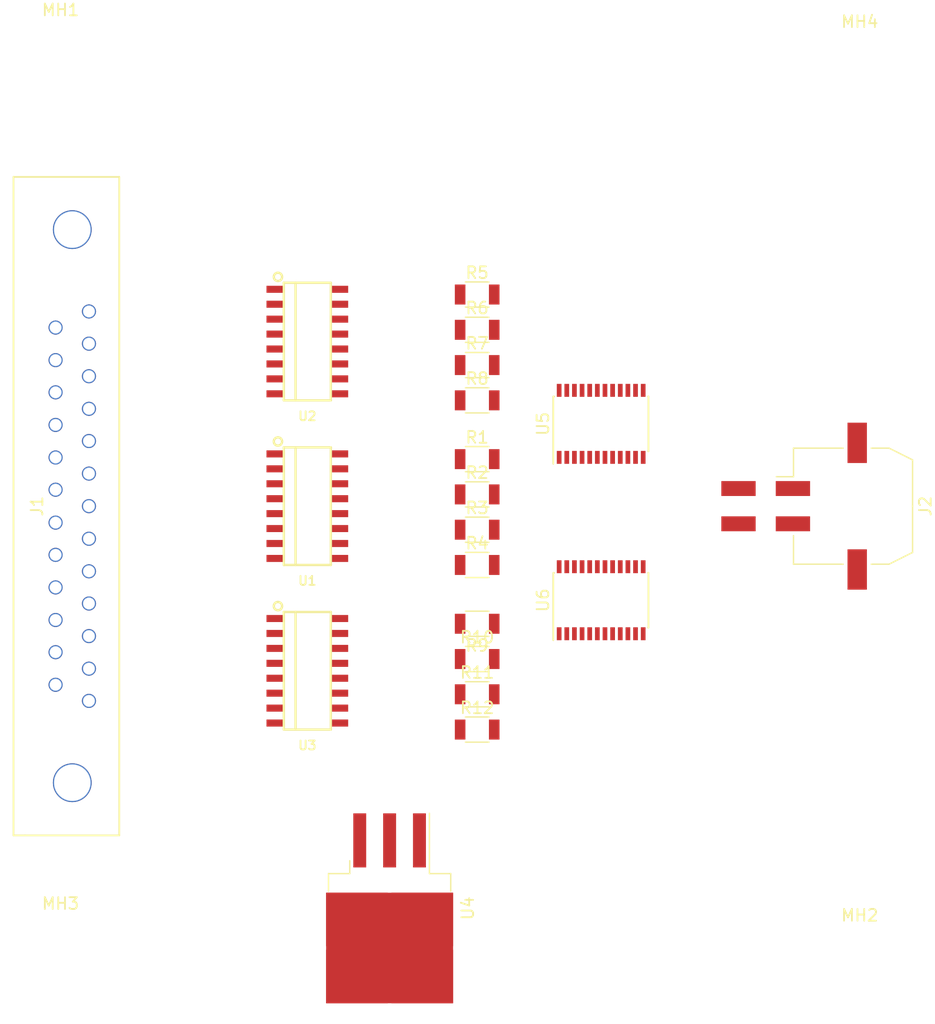
<source format=kicad_pcb>
(kicad_pcb (version 20171130) (host pcbnew "(5.0.0)")

  (general
    (thickness 1.6)
    (drawings 0)
    (tracks 0)
    (zones 0)
    (modules 24)
    (nets 58)
  )

  (page A4)
  (layers
    (0 F.Cu signal)
    (31 B.Cu signal)
    (32 B.Adhes user)
    (33 F.Adhes user)
    (34 B.Paste user)
    (35 F.Paste user)
    (36 B.SilkS user)
    (37 F.SilkS user)
    (38 B.Mask user)
    (39 F.Mask user)
    (40 Dwgs.User user)
    (41 Cmts.User user)
    (42 Eco1.User user)
    (43 Eco2.User user)
    (44 Edge.Cuts user)
    (45 Margin user)
    (46 B.CrtYd user)
    (47 F.CrtYd user)
    (48 B.Fab user)
    (49 F.Fab user)
  )

  (setup
    (last_trace_width 0.25)
    (trace_clearance 0.2)
    (zone_clearance 0.508)
    (zone_45_only no)
    (trace_min 0.2)
    (segment_width 0.2)
    (edge_width 0.15)
    (via_size 0.8)
    (via_drill 0.4)
    (via_min_size 0.4)
    (via_min_drill 0.3)
    (uvia_size 0.3)
    (uvia_drill 0.1)
    (uvias_allowed no)
    (uvia_min_size 0.2)
    (uvia_min_drill 0.1)
    (pcb_text_width 0.3)
    (pcb_text_size 1.5 1.5)
    (mod_edge_width 0.15)
    (mod_text_size 1 1)
    (mod_text_width 0.15)
    (pad_size 1.524 1.524)
    (pad_drill 0.762)
    (pad_to_mask_clearance 0.2)
    (aux_axis_origin 0 0)
    (visible_elements 7FFFFFFF)
    (pcbplotparams
      (layerselection 0x010fc_ffffffff)
      (usegerberextensions false)
      (usegerberattributes false)
      (usegerberadvancedattributes false)
      (creategerberjobfile false)
      (excludeedgelayer true)
      (linewidth 0.100000)
      (plotframeref false)
      (viasonmask false)
      (mode 1)
      (useauxorigin false)
      (hpglpennumber 1)
      (hpglpenspeed 20)
      (hpglpendiameter 15.000000)
      (psnegative false)
      (psa4output false)
      (plotreference true)
      (plotvalue true)
      (plotinvisibletext false)
      (padsonsilk false)
      (subtractmaskfromsilk false)
      (outputformat 1)
      (mirror false)
      (drillshape 1)
      (scaleselection 1)
      (outputdirectory ""))
  )

  (net 0 "")
  (net 1 SOLN_PW0)
  (net 2 SOLN_PW1)
  (net 3 SOLN_PW2)
  (net 4 SOLN_PW3)
  (net 5 SOLN_PW4)
  (net 6 SOLN_PW5)
  (net 7 SOLN_PW6)
  (net 8 SOLN_PW7)
  (net 9 SOLN_PW8)
  (net 10 SOLN_PW9)
  (net 11 SOLN_PW10)
  (net 12 SOLN_PW11)
  (net 13 GND)
  (net 14 "Net-(J1-Pad14)")
  (net 15 "Net-(J1-Pad15)")
  (net 16 "Net-(J1-Pad16)")
  (net 17 "Net-(J1-Pad17)")
  (net 18 "Net-(J1-Pad18)")
  (net 19 "Net-(J1-Pad19)")
  (net 20 "Net-(J1-Pad20)")
  (net 21 "Net-(J1-Pad21)")
  (net 22 "Net-(J1-Pad22)")
  (net 23 "Net-(J1-Pad23)")
  (net 24 "Net-(J1-Pad24)")
  (net 25 "Net-(J1-Pad25)")
  (net 26 I2C_SDA)
  (net 27 I2C_SCL)
  (net 28 +12V)
  (net 29 SOLN_EN0)
  (net 30 "Net-(R1-Pad1)")
  (net 31 "Net-(R2-Pad1)")
  (net 32 SOLN_EN1)
  (net 33 "Net-(R3-Pad1)")
  (net 34 SOLN_EN2)
  (net 35 SOLN_EN3)
  (net 36 "Net-(R4-Pad1)")
  (net 37 "Net-(R5-Pad1)")
  (net 38 SOLN_EN4)
  (net 39 "Net-(R6-Pad1)")
  (net 40 SOLN_EN5)
  (net 41 SOLN_EN6)
  (net 42 "Net-(R7-Pad1)")
  (net 43 "Net-(R8-Pad1)")
  (net 44 SOLN_EN7)
  (net 45 SOLN_EN8)
  (net 46 "Net-(R9-Pad1)")
  (net 47 "Net-(R10-Pad1)")
  (net 48 SOLN_EN9)
  (net 49 SOLN_EN10)
  (net 50 "Net-(R11-Pad1)")
  (net 51 SOLN_EN11)
  (net 52 "Net-(R12-Pad1)")
  (net 53 +5V)
  (net 54 "Net-(U6-Pad13)")
  (net 55 "Net-(U6-Pad15)")
  (net 56 "Net-(U6-Pad17)")
  (net 57 "Net-(U6-Pad19)")

  (net_class Default "This is the default net class."
    (clearance 0.2)
    (trace_width 0.25)
    (via_dia 0.8)
    (via_drill 0.4)
    (uvia_dia 0.3)
    (uvia_drill 0.1)
    (add_net +12V)
    (add_net +5V)
    (add_net GND)
    (add_net I2C_SCL)
    (add_net I2C_SDA)
    (add_net "Net-(J1-Pad14)")
    (add_net "Net-(J1-Pad15)")
    (add_net "Net-(J1-Pad16)")
    (add_net "Net-(J1-Pad17)")
    (add_net "Net-(J1-Pad18)")
    (add_net "Net-(J1-Pad19)")
    (add_net "Net-(J1-Pad20)")
    (add_net "Net-(J1-Pad21)")
    (add_net "Net-(J1-Pad22)")
    (add_net "Net-(J1-Pad23)")
    (add_net "Net-(J1-Pad24)")
    (add_net "Net-(J1-Pad25)")
    (add_net "Net-(R1-Pad1)")
    (add_net "Net-(R10-Pad1)")
    (add_net "Net-(R11-Pad1)")
    (add_net "Net-(R12-Pad1)")
    (add_net "Net-(R2-Pad1)")
    (add_net "Net-(R3-Pad1)")
    (add_net "Net-(R4-Pad1)")
    (add_net "Net-(R5-Pad1)")
    (add_net "Net-(R6-Pad1)")
    (add_net "Net-(R7-Pad1)")
    (add_net "Net-(R8-Pad1)")
    (add_net "Net-(R9-Pad1)")
    (add_net "Net-(U6-Pad13)")
    (add_net "Net-(U6-Pad15)")
    (add_net "Net-(U6-Pad17)")
    (add_net "Net-(U6-Pad19)")
    (add_net SOLN_EN0)
    (add_net SOLN_EN1)
    (add_net SOLN_EN10)
    (add_net SOLN_EN11)
    (add_net SOLN_EN2)
    (add_net SOLN_EN3)
    (add_net SOLN_EN4)
    (add_net SOLN_EN5)
    (add_net SOLN_EN6)
    (add_net SOLN_EN7)
    (add_net SOLN_EN8)
    (add_net SOLN_EN9)
    (add_net SOLN_PW0)
    (add_net SOLN_PW1)
    (add_net SOLN_PW10)
    (add_net SOLN_PW11)
    (add_net SOLN_PW2)
    (add_net SOLN_PW3)
    (add_net SOLN_PW4)
    (add_net SOLN_PW5)
    (add_net SOLN_PW6)
    (add_net SOLN_PW7)
    (add_net SOLN_PW8)
    (add_net SOLN_PW9)
  )

  (module Connector_Molex:Molex_Micro-Fit_3.0_43045-0410_2x02-1MP_P3.00mm_Horizontal (layer F.Cu) (tedit 5AA47B23) (tstamp 5C68FFFC)
    (at 169 98 270)
    (descr "Molex Micro-Fit 3.0 Connector System, 43045-0410 (compatible alternatives: 43045-0411, 43045-0409), 2 Pins per row (http://www.molex.com/pdm_docs/sd/430450210_sd.pdf), generated with kicad-footprint-generator")
    (tags "connector Molex Micro-Fit_3.0 top entry")
    (path /5C342410)
    (attr smd)
    (fp_text reference J2 (at 0 -13.58 270) (layer F.SilkS)
      (effects (font (size 1 1) (thickness 0.15)))
    )
    (fp_text value Conn_01x04 (at 0 4.98 270) (layer F.Fab)
      (effects (font (size 1 1) (thickness 0.15)))
    )
    (fp_text user %R (at 0 -11.68 270) (layer F.Fab)
      (effects (font (size 1 1) (thickness 0.15)))
    )
    (fp_line (start -2.64 4.28) (end 0 4.28) (layer F.CrtYd) (width 0.05))
    (fp_line (start -2.64 -1.97) (end -2.64 4.28) (layer F.CrtYd) (width 0.05))
    (fp_line (start -5.32 -1.97) (end -2.64 -1.97) (layer F.CrtYd) (width 0.05))
    (fp_line (start -5.32 -6.46) (end -5.32 -1.97) (layer F.CrtYd) (width 0.05))
    (fp_line (start -7.6 -6.46) (end -5.32 -6.46) (layer F.CrtYd) (width 0.05))
    (fp_line (start -7.6 -9.11) (end -7.6 -6.46) (layer F.CrtYd) (width 0.05))
    (fp_line (start -5.32 -9.11) (end -7.6 -9.11) (layer F.CrtYd) (width 0.05))
    (fp_line (start -5.32 -10.88) (end -5.32 -9.11) (layer F.CrtYd) (width 0.05))
    (fp_line (start -4.32 -12.88) (end -5.32 -10.88) (layer F.CrtYd) (width 0.05))
    (fp_line (start 0 -12.88) (end -4.32 -12.88) (layer F.CrtYd) (width 0.05))
    (fp_line (start 2.64 4.28) (end 0 4.28) (layer F.CrtYd) (width 0.05))
    (fp_line (start 2.64 -1.97) (end 2.64 4.28) (layer F.CrtYd) (width 0.05))
    (fp_line (start 5.32 -1.97) (end 2.64 -1.97) (layer F.CrtYd) (width 0.05))
    (fp_line (start 5.32 -6.46) (end 5.32 -1.97) (layer F.CrtYd) (width 0.05))
    (fp_line (start 7.6 -6.46) (end 5.32 -6.46) (layer F.CrtYd) (width 0.05))
    (fp_line (start 7.6 -9.11) (end 7.6 -6.46) (layer F.CrtYd) (width 0.05))
    (fp_line (start 5.32 -9.11) (end 7.6 -9.11) (layer F.CrtYd) (width 0.05))
    (fp_line (start 5.32 -10.88) (end 5.32 -9.11) (layer F.CrtYd) (width 0.05))
    (fp_line (start 4.32 -12.88) (end 5.32 -10.88) (layer F.CrtYd) (width 0.05))
    (fp_line (start 0 -12.88) (end 4.32 -12.88) (layer F.CrtYd) (width 0.05))
    (fp_line (start -2.505 -2.365) (end -2.505 -0.905) (layer F.SilkS) (width 0.12))
    (fp_line (start -4.935 -2.365) (end -2.505 -2.365) (layer F.SilkS) (width 0.12))
    (fp_line (start -4.935 -6.59) (end -4.935 -2.365) (layer F.SilkS) (width 0.12))
    (fp_line (start 4.935 -2.365) (end 2.505 -2.365) (layer F.SilkS) (width 0.12))
    (fp_line (start 4.935 -6.59) (end 4.935 -2.365) (layer F.SilkS) (width 0.12))
    (fp_line (start -4.935 -10.495) (end -4.935 -8.98) (layer F.SilkS) (width 0.12))
    (fp_line (start -3.935 -12.495) (end -4.935 -10.495) (layer F.SilkS) (width 0.12))
    (fp_line (start 0 -12.495) (end -3.935 -12.495) (layer F.SilkS) (width 0.12))
    (fp_line (start 4.935 -10.495) (end 4.935 -8.98) (layer F.SilkS) (width 0.12))
    (fp_line (start 3.935 -12.495) (end 4.935 -10.495) (layer F.SilkS) (width 0.12))
    (fp_line (start 0 -12.495) (end 3.935 -12.495) (layer F.SilkS) (width 0.12))
    (fp_line (start -0.5 -2.475) (end 0 -2.475) (layer F.Fab) (width 0.1))
    (fp_line (start -1.5 -3.475) (end -0.5 -2.475) (layer F.Fab) (width 0.1))
    (fp_line (start -2.5 -2.475) (end -1.5 -3.475) (layer F.Fab) (width 0.1))
    (fp_line (start -4.825 -2.475) (end -2.5 -2.475) (layer F.Fab) (width 0.1))
    (fp_line (start -4.825 -8.61) (end -4.825 -2.475) (layer F.Fab) (width 0.1))
    (fp_line (start -4.825 -10.385) (end -4.825 -8.61) (layer F.Fab) (width 0.1))
    (fp_line (start -3.825 -12.385) (end -4.825 -10.385) (layer F.Fab) (width 0.1))
    (fp_line (start 0 -12.385) (end -3.825 -12.385) (layer F.Fab) (width 0.1))
    (fp_line (start 2.135 -2.475) (end 0 -2.475) (layer F.Fab) (width 0.1))
    (fp_line (start 4.825 -2.475) (end 2.135 -2.475) (layer F.Fab) (width 0.1))
    (fp_line (start 4.825 -8.61) (end 4.825 -2.475) (layer F.Fab) (width 0.1))
    (fp_line (start 4.825 -10.385) (end 4.825 -8.61) (layer F.Fab) (width 0.1))
    (fp_line (start 3.825 -12.385) (end 4.825 -10.385) (layer F.Fab) (width 0.1))
    (fp_line (start 0 -12.385) (end 3.825 -12.385) (layer F.Fab) (width 0.1))
    (pad 4 smd rect (at 1.5 2.315 270) (size 1.27 2.92) (layers F.Cu F.Paste F.Mask)
      (net 26 I2C_SDA))
    (pad 3 smd rect (at -1.5 2.315 270) (size 1.27 2.92) (layers F.Cu F.Paste F.Mask)
      (net 27 I2C_SCL))
    (pad 2 smd rect (at 1.5 -2.315 270) (size 1.27 2.92) (layers F.Cu F.Paste F.Mask)
      (net 13 GND))
    (pad 1 smd rect (at -1.5 -2.315 270) (size 1.27 2.92) (layers F.Cu F.Paste F.Mask)
      (net 28 +12V))
    (pad MP smd rect (at 5.385 -7.785 270) (size 3.43 1.65) (layers F.Cu F.Paste F.Mask))
    (pad MP smd rect (at -5.385 -7.785 270) (size 3.43 1.65) (layers F.Cu F.Paste F.Mask))
    (model ${KISYS3DMOD}/Connector_Molex.3dshapes/Molex_Micro-Fit_3.0_43045-0410_2x02-1MP_P3.00mm_Horizontal.wrl
      (at (xyz 0 0 0))
      (scale (xyz 1 1 1))
      (rotate (xyz 0 0 0))
    )
  )

  (module "PCS-Board:Dsub 25pin" (layer F.Cu) (tedit 5C4E8BB2) (tstamp 5C4F8CAF)
    (at 110 98 270)
    (path /5C4A3C5B)
    (fp_text reference J1 (at 0 3 270) (layer F.SilkS)
      (effects (font (size 1 1) (thickness 0.15)))
    )
    (fp_text value DB25_Female_MountingHoles (at 0 -4 270) (layer F.Fab)
      (effects (font (size 1 1) (thickness 0.15)))
    )
    (fp_line (start 28 4) (end 28 -4) (layer F.SilkS) (width 0.15))
    (fp_line (start 28 -4) (end -28 -4) (layer F.SilkS) (width 0.15))
    (fp_line (start -28 -4) (end -28 5) (layer F.SilkS) (width 0.15))
    (fp_line (start -28 5) (end 28 5) (layer F.SilkS) (width 0.15))
    (fp_line (start 28 5) (end 28 4) (layer F.SilkS) (width 0.15))
    (pad 1 thru_hole circle (at -16.56 -1.42 270) (size 1.2 1.2) (drill 1) (layers *.Cu *.Mask)
      (net 1 SOLN_PW0))
    (pad 2 thru_hole circle (at -13.82 -1.42 270) (size 1.2 1.2) (drill 1) (layers *.Cu *.Mask)
      (net 2 SOLN_PW1))
    (pad 3 thru_hole circle (at -11.05 -1.42 270) (size 1.2 1.2) (drill 1) (layers *.Cu *.Mask)
      (net 3 SOLN_PW2))
    (pad 4 thru_hole circle (at -8.28 -1.42 270) (size 1.2 1.2) (drill 1) (layers *.Cu *.Mask)
      (net 4 SOLN_PW3))
    (pad 5 thru_hole circle (at -5.54 -1.42 270) (size 1.2 1.2) (drill 1) (layers *.Cu *.Mask)
      (net 5 SOLN_PW4))
    (pad 6 thru_hole circle (at -2.77 -1.42 270) (size 1.2 1.2) (drill 1) (layers *.Cu *.Mask)
      (net 6 SOLN_PW5))
    (pad 7 thru_hole circle (at 0 -1.42 270) (size 1.2 1.2) (drill 1) (layers *.Cu *.Mask)
      (net 7 SOLN_PW6))
    (pad 8 thru_hole circle (at 2.77 -1.42 270) (size 1.2 1.2) (drill 1) (layers *.Cu *.Mask)
      (net 8 SOLN_PW7))
    (pad 9 thru_hole circle (at 5.54 -1.42 270) (size 1.2 1.2) (drill 1) (layers *.Cu *.Mask)
      (net 9 SOLN_PW8))
    (pad 10 thru_hole circle (at 8.28 -1.42 270) (size 1.2 1.2) (drill 1) (layers *.Cu *.Mask)
      (net 10 SOLN_PW9))
    (pad 11 thru_hole circle (at 11.05 -1.42 270) (size 1.2 1.2) (drill 1) (layers *.Cu *.Mask)
      (net 11 SOLN_PW10))
    (pad 12 thru_hole circle (at 13.82 -1.42 270) (size 1.2 1.2) (drill 1) (layers *.Cu *.Mask)
      (net 12 SOLN_PW11))
    (pad 13 thru_hole circle (at 16.56 -1.42 270) (size 1.2 1.2) (drill 1) (layers *.Cu *.Mask)
      (net 13 GND))
    (pad 14 thru_hole circle (at -15.19 1.42 270) (size 1.2 1.2) (drill 1) (layers *.Cu *.Mask)
      (net 14 "Net-(J1-Pad14)"))
    (pad 15 thru_hole circle (at -12.42 1.42 270) (size 1.2 1.2) (drill 1) (layers *.Cu *.Mask)
      (net 15 "Net-(J1-Pad15)"))
    (pad 16 thru_hole circle (at -9.68 1.42 270) (size 1.2 1.2) (drill 1) (layers *.Cu *.Mask)
      (net 16 "Net-(J1-Pad16)"))
    (pad 17 thru_hole circle (at -6.91 1.42 270) (size 1.2 1.2) (drill 1) (layers *.Cu *.Mask)
      (net 17 "Net-(J1-Pad17)"))
    (pad 18 thru_hole circle (at -4.14 1.42 270) (size 1.2 1.2) (drill 1) (layers *.Cu *.Mask)
      (net 18 "Net-(J1-Pad18)"))
    (pad 19 thru_hole circle (at -1.4 1.42 270) (size 1.2 1.2) (drill 1) (layers *.Cu *.Mask)
      (net 19 "Net-(J1-Pad19)"))
    (pad 20 thru_hole circle (at 1.4 1.42 270) (size 1.2 1.2) (drill 1) (layers *.Cu *.Mask)
      (net 20 "Net-(J1-Pad20)"))
    (pad 21 thru_hole circle (at 4.14 1.42 270) (size 1.2 1.2) (drill 1) (layers *.Cu *.Mask)
      (net 21 "Net-(J1-Pad21)"))
    (pad 22 thru_hole circle (at 6.91 1.42 270) (size 1.2 1.2) (drill 1) (layers *.Cu *.Mask)
      (net 22 "Net-(J1-Pad22)"))
    (pad 23 thru_hole circle (at 9.68 1.42 270) (size 1.2 1.2) (drill 1) (layers *.Cu *.Mask)
      (net 23 "Net-(J1-Pad23)"))
    (pad 24 thru_hole circle (at 12.42 1.42 270) (size 1.2 1.2) (drill 1) (layers *.Cu *.Mask)
      (net 24 "Net-(J1-Pad24)"))
    (pad 25 thru_hole circle (at 15.19 1.42 270) (size 1.2 1.2) (drill 1) (layers *.Cu *.Mask)
      (net 25 "Net-(J1-Pad25)"))
    (pad "" thru_hole circle (at -23.52 0 270) (size 3.3 3.3) (drill 3.1) (layers *.Cu *.Mask))
    (pad "" thru_hole circle (at 23.52 0 270) (size 3.3 3.3) (drill 3.1) (layers *.Cu *.Mask))
  )

  (module Mounting_Holes:MountingHole_3.2mm_M3 (layer F.Cu) (tedit 56D1B4CB) (tstamp 5C4F8D11)
    (at 109 60)
    (descr "Mounting Hole 3.2mm, no annular, M3")
    (tags "mounting hole 3.2mm no annular m3")
    (path /5C4F8D1F)
    (attr virtual)
    (fp_text reference MH1 (at 0 -4.2) (layer F.SilkS)
      (effects (font (size 1 1) (thickness 0.15)))
    )
    (fp_text value MountingHole (at 0 4.2) (layer F.Fab)
      (effects (font (size 1 1) (thickness 0.15)))
    )
    (fp_text user %R (at 0.3 0) (layer F.Fab)
      (effects (font (size 1 1) (thickness 0.15)))
    )
    (fp_circle (center 0 0) (end 3.2 0) (layer Cmts.User) (width 0.15))
    (fp_circle (center 0 0) (end 3.45 0) (layer F.CrtYd) (width 0.05))
    (pad 1 np_thru_hole circle (at 0 0) (size 3.2 3.2) (drill 3.2) (layers *.Cu *.Mask))
  )

  (module Mounting_Holes:MountingHole_3.2mm_M3 (layer F.Cu) (tedit 56D1B4CB) (tstamp 5C4F8D19)
    (at 177 137)
    (descr "Mounting Hole 3.2mm, no annular, M3")
    (tags "mounting hole 3.2mm no annular m3")
    (path /5C4F8EFA)
    (attr virtual)
    (fp_text reference MH2 (at 0 -4.2) (layer F.SilkS)
      (effects (font (size 1 1) (thickness 0.15)))
    )
    (fp_text value MountingHole (at 0 4.2) (layer F.Fab)
      (effects (font (size 1 1) (thickness 0.15)))
    )
    (fp_circle (center 0 0) (end 3.45 0) (layer F.CrtYd) (width 0.05))
    (fp_circle (center 0 0) (end 3.2 0) (layer Cmts.User) (width 0.15))
    (fp_text user %R (at 0.3 0) (layer F.Fab)
      (effects (font (size 1 1) (thickness 0.15)))
    )
    (pad 1 np_thru_hole circle (at 0 0) (size 3.2 3.2) (drill 3.2) (layers *.Cu *.Mask))
  )

  (module Mounting_Holes:MountingHole_3.2mm_M3 (layer F.Cu) (tedit 56D1B4CB) (tstamp 5C4F8D21)
    (at 109 136)
    (descr "Mounting Hole 3.2mm, no annular, M3")
    (tags "mounting hole 3.2mm no annular m3")
    (path /5C4F8F40)
    (attr virtual)
    (fp_text reference MH3 (at 0 -4.2) (layer F.SilkS)
      (effects (font (size 1 1) (thickness 0.15)))
    )
    (fp_text value MountingHole (at 0 4.2) (layer F.Fab)
      (effects (font (size 1 1) (thickness 0.15)))
    )
    (fp_text user %R (at 0.3 0) (layer F.Fab)
      (effects (font (size 1 1) (thickness 0.15)))
    )
    (fp_circle (center 0 0) (end 3.2 0) (layer Cmts.User) (width 0.15))
    (fp_circle (center 0 0) (end 3.45 0) (layer F.CrtYd) (width 0.05))
    (pad 1 np_thru_hole circle (at 0 0) (size 3.2 3.2) (drill 3.2) (layers *.Cu *.Mask))
  )

  (module Mounting_Holes:MountingHole_3.2mm_M3 (layer F.Cu) (tedit 56D1B4CB) (tstamp 5C4F8D29)
    (at 177 61)
    (descr "Mounting Hole 3.2mm, no annular, M3")
    (tags "mounting hole 3.2mm no annular m3")
    (path /5C4F8F84)
    (attr virtual)
    (fp_text reference MH4 (at 0 -4.2) (layer F.SilkS)
      (effects (font (size 1 1) (thickness 0.15)))
    )
    (fp_text value MountingHole (at 0 4.2) (layer F.Fab)
      (effects (font (size 1 1) (thickness 0.15)))
    )
    (fp_circle (center 0 0) (end 3.45 0) (layer F.CrtYd) (width 0.05))
    (fp_circle (center 0 0) (end 3.2 0) (layer Cmts.User) (width 0.15))
    (fp_text user %R (at 0.3 0) (layer F.Fab)
      (effects (font (size 1 1) (thickness 0.15)))
    )
    (pad 1 np_thru_hole circle (at 0 0) (size 3.2 3.2) (drill 3.2) (layers *.Cu *.Mask))
  )

  (module Resistors_SMD:R_1206 (layer F.Cu) (tedit 58E0A804) (tstamp 5C4F8D3A)
    (at 144.45 94)
    (descr "Resistor SMD 1206, reflow soldering, Vishay (see dcrcw.pdf)")
    (tags "resistor 1206")
    (path /5C41F35A)
    (attr smd)
    (fp_text reference R1 (at 0 -1.85) (layer F.SilkS)
      (effects (font (size 1 1) (thickness 0.15)))
    )
    (fp_text value R (at 0 1.95) (layer F.Fab)
      (effects (font (size 1 1) (thickness 0.15)))
    )
    (fp_line (start 2.15 1.1) (end -2.15 1.1) (layer F.CrtYd) (width 0.05))
    (fp_line (start 2.15 1.1) (end 2.15 -1.11) (layer F.CrtYd) (width 0.05))
    (fp_line (start -2.15 -1.11) (end -2.15 1.1) (layer F.CrtYd) (width 0.05))
    (fp_line (start -2.15 -1.11) (end 2.15 -1.11) (layer F.CrtYd) (width 0.05))
    (fp_line (start -1 -1.07) (end 1 -1.07) (layer F.SilkS) (width 0.12))
    (fp_line (start 1 1.07) (end -1 1.07) (layer F.SilkS) (width 0.12))
    (fp_line (start -1.6 -0.8) (end 1.6 -0.8) (layer F.Fab) (width 0.1))
    (fp_line (start 1.6 -0.8) (end 1.6 0.8) (layer F.Fab) (width 0.1))
    (fp_line (start 1.6 0.8) (end -1.6 0.8) (layer F.Fab) (width 0.1))
    (fp_line (start -1.6 0.8) (end -1.6 -0.8) (layer F.Fab) (width 0.1))
    (fp_text user %R (at 0 0) (layer F.Fab)
      (effects (font (size 0.7 0.7) (thickness 0.105)))
    )
    (pad 2 smd rect (at 1.45 0) (size 0.9 1.7) (layers F.Cu F.Paste F.Mask)
      (net 29 SOLN_EN0))
    (pad 1 smd rect (at -1.45 0) (size 0.9 1.7) (layers F.Cu F.Paste F.Mask)
      (net 30 "Net-(R1-Pad1)"))
    (model ${KISYS3DMOD}/Resistors_SMD.3dshapes/R_1206.wrl
      (at (xyz 0 0 0))
      (scale (xyz 1 1 1))
      (rotate (xyz 0 0 0))
    )
  )

  (module Resistors_SMD:R_1206 (layer F.Cu) (tedit 58E0A804) (tstamp 5C4F8D4B)
    (at 144.45 97)
    (descr "Resistor SMD 1206, reflow soldering, Vishay (see dcrcw.pdf)")
    (tags "resistor 1206")
    (path /5C41F79C)
    (attr smd)
    (fp_text reference R2 (at 0 -1.85) (layer F.SilkS)
      (effects (font (size 1 1) (thickness 0.15)))
    )
    (fp_text value R (at 0 1.95) (layer F.Fab)
      (effects (font (size 1 1) (thickness 0.15)))
    )
    (fp_text user %R (at 0 0) (layer F.Fab)
      (effects (font (size 0.7 0.7) (thickness 0.105)))
    )
    (fp_line (start -1.6 0.8) (end -1.6 -0.8) (layer F.Fab) (width 0.1))
    (fp_line (start 1.6 0.8) (end -1.6 0.8) (layer F.Fab) (width 0.1))
    (fp_line (start 1.6 -0.8) (end 1.6 0.8) (layer F.Fab) (width 0.1))
    (fp_line (start -1.6 -0.8) (end 1.6 -0.8) (layer F.Fab) (width 0.1))
    (fp_line (start 1 1.07) (end -1 1.07) (layer F.SilkS) (width 0.12))
    (fp_line (start -1 -1.07) (end 1 -1.07) (layer F.SilkS) (width 0.12))
    (fp_line (start -2.15 -1.11) (end 2.15 -1.11) (layer F.CrtYd) (width 0.05))
    (fp_line (start -2.15 -1.11) (end -2.15 1.1) (layer F.CrtYd) (width 0.05))
    (fp_line (start 2.15 1.1) (end 2.15 -1.11) (layer F.CrtYd) (width 0.05))
    (fp_line (start 2.15 1.1) (end -2.15 1.1) (layer F.CrtYd) (width 0.05))
    (pad 1 smd rect (at -1.45 0) (size 0.9 1.7) (layers F.Cu F.Paste F.Mask)
      (net 31 "Net-(R2-Pad1)"))
    (pad 2 smd rect (at 1.45 0) (size 0.9 1.7) (layers F.Cu F.Paste F.Mask)
      (net 32 SOLN_EN1))
    (model ${KISYS3DMOD}/Resistors_SMD.3dshapes/R_1206.wrl
      (at (xyz 0 0 0))
      (scale (xyz 1 1 1))
      (rotate (xyz 0 0 0))
    )
  )

  (module Resistors_SMD:R_1206 (layer F.Cu) (tedit 58E0A804) (tstamp 5C4F8D5C)
    (at 144.45 100)
    (descr "Resistor SMD 1206, reflow soldering, Vishay (see dcrcw.pdf)")
    (tags "resistor 1206")
    (path /5C41F7C0)
    (attr smd)
    (fp_text reference R3 (at 0 -1.85) (layer F.SilkS)
      (effects (font (size 1 1) (thickness 0.15)))
    )
    (fp_text value R (at 0 1.95) (layer F.Fab)
      (effects (font (size 1 1) (thickness 0.15)))
    )
    (fp_text user %R (at 0 0) (layer F.Fab)
      (effects (font (size 0.7 0.7) (thickness 0.105)))
    )
    (fp_line (start -1.6 0.8) (end -1.6 -0.8) (layer F.Fab) (width 0.1))
    (fp_line (start 1.6 0.8) (end -1.6 0.8) (layer F.Fab) (width 0.1))
    (fp_line (start 1.6 -0.8) (end 1.6 0.8) (layer F.Fab) (width 0.1))
    (fp_line (start -1.6 -0.8) (end 1.6 -0.8) (layer F.Fab) (width 0.1))
    (fp_line (start 1 1.07) (end -1 1.07) (layer F.SilkS) (width 0.12))
    (fp_line (start -1 -1.07) (end 1 -1.07) (layer F.SilkS) (width 0.12))
    (fp_line (start -2.15 -1.11) (end 2.15 -1.11) (layer F.CrtYd) (width 0.05))
    (fp_line (start -2.15 -1.11) (end -2.15 1.1) (layer F.CrtYd) (width 0.05))
    (fp_line (start 2.15 1.1) (end 2.15 -1.11) (layer F.CrtYd) (width 0.05))
    (fp_line (start 2.15 1.1) (end -2.15 1.1) (layer F.CrtYd) (width 0.05))
    (pad 1 smd rect (at -1.45 0) (size 0.9 1.7) (layers F.Cu F.Paste F.Mask)
      (net 33 "Net-(R3-Pad1)"))
    (pad 2 smd rect (at 1.45 0) (size 0.9 1.7) (layers F.Cu F.Paste F.Mask)
      (net 34 SOLN_EN2))
    (model ${KISYS3DMOD}/Resistors_SMD.3dshapes/R_1206.wrl
      (at (xyz 0 0 0))
      (scale (xyz 1 1 1))
      (rotate (xyz 0 0 0))
    )
  )

  (module Resistors_SMD:R_1206 (layer F.Cu) (tedit 58E0A804) (tstamp 5C4F8D6D)
    (at 144.45 103)
    (descr "Resistor SMD 1206, reflow soldering, Vishay (see dcrcw.pdf)")
    (tags "resistor 1206")
    (path /5C41F7EA)
    (attr smd)
    (fp_text reference R4 (at 0 -1.85) (layer F.SilkS)
      (effects (font (size 1 1) (thickness 0.15)))
    )
    (fp_text value R (at 0 1.95) (layer F.Fab)
      (effects (font (size 1 1) (thickness 0.15)))
    )
    (fp_line (start 2.15 1.1) (end -2.15 1.1) (layer F.CrtYd) (width 0.05))
    (fp_line (start 2.15 1.1) (end 2.15 -1.11) (layer F.CrtYd) (width 0.05))
    (fp_line (start -2.15 -1.11) (end -2.15 1.1) (layer F.CrtYd) (width 0.05))
    (fp_line (start -2.15 -1.11) (end 2.15 -1.11) (layer F.CrtYd) (width 0.05))
    (fp_line (start -1 -1.07) (end 1 -1.07) (layer F.SilkS) (width 0.12))
    (fp_line (start 1 1.07) (end -1 1.07) (layer F.SilkS) (width 0.12))
    (fp_line (start -1.6 -0.8) (end 1.6 -0.8) (layer F.Fab) (width 0.1))
    (fp_line (start 1.6 -0.8) (end 1.6 0.8) (layer F.Fab) (width 0.1))
    (fp_line (start 1.6 0.8) (end -1.6 0.8) (layer F.Fab) (width 0.1))
    (fp_line (start -1.6 0.8) (end -1.6 -0.8) (layer F.Fab) (width 0.1))
    (fp_text user %R (at 0 0) (layer F.Fab)
      (effects (font (size 0.7 0.7) (thickness 0.105)))
    )
    (pad 2 smd rect (at 1.45 0) (size 0.9 1.7) (layers F.Cu F.Paste F.Mask)
      (net 35 SOLN_EN3))
    (pad 1 smd rect (at -1.45 0) (size 0.9 1.7) (layers F.Cu F.Paste F.Mask)
      (net 36 "Net-(R4-Pad1)"))
    (model ${KISYS3DMOD}/Resistors_SMD.3dshapes/R_1206.wrl
      (at (xyz 0 0 0))
      (scale (xyz 1 1 1))
      (rotate (xyz 0 0 0))
    )
  )

  (module Resistors_SMD:R_1206 (layer F.Cu) (tedit 58E0A804) (tstamp 5C4F8D7E)
    (at 144.45 80)
    (descr "Resistor SMD 1206, reflow soldering, Vishay (see dcrcw.pdf)")
    (tags "resistor 1206")
    (path /5C42063C)
    (attr smd)
    (fp_text reference R5 (at 0 -1.85) (layer F.SilkS)
      (effects (font (size 1 1) (thickness 0.15)))
    )
    (fp_text value R (at 0 1.95) (layer F.Fab)
      (effects (font (size 1 1) (thickness 0.15)))
    )
    (fp_text user %R (at 0 0) (layer F.Fab)
      (effects (font (size 0.7 0.7) (thickness 0.105)))
    )
    (fp_line (start -1.6 0.8) (end -1.6 -0.8) (layer F.Fab) (width 0.1))
    (fp_line (start 1.6 0.8) (end -1.6 0.8) (layer F.Fab) (width 0.1))
    (fp_line (start 1.6 -0.8) (end 1.6 0.8) (layer F.Fab) (width 0.1))
    (fp_line (start -1.6 -0.8) (end 1.6 -0.8) (layer F.Fab) (width 0.1))
    (fp_line (start 1 1.07) (end -1 1.07) (layer F.SilkS) (width 0.12))
    (fp_line (start -1 -1.07) (end 1 -1.07) (layer F.SilkS) (width 0.12))
    (fp_line (start -2.15 -1.11) (end 2.15 -1.11) (layer F.CrtYd) (width 0.05))
    (fp_line (start -2.15 -1.11) (end -2.15 1.1) (layer F.CrtYd) (width 0.05))
    (fp_line (start 2.15 1.1) (end 2.15 -1.11) (layer F.CrtYd) (width 0.05))
    (fp_line (start 2.15 1.1) (end -2.15 1.1) (layer F.CrtYd) (width 0.05))
    (pad 1 smd rect (at -1.45 0) (size 0.9 1.7) (layers F.Cu F.Paste F.Mask)
      (net 37 "Net-(R5-Pad1)"))
    (pad 2 smd rect (at 1.45 0) (size 0.9 1.7) (layers F.Cu F.Paste F.Mask)
      (net 38 SOLN_EN4))
    (model ${KISYS3DMOD}/Resistors_SMD.3dshapes/R_1206.wrl
      (at (xyz 0 0 0))
      (scale (xyz 1 1 1))
      (rotate (xyz 0 0 0))
    )
  )

  (module Resistors_SMD:R_1206 (layer F.Cu) (tedit 58E0A804) (tstamp 5C4F8D8F)
    (at 144.45 83)
    (descr "Resistor SMD 1206, reflow soldering, Vishay (see dcrcw.pdf)")
    (tags "resistor 1206")
    (path /5C4206A0)
    (attr smd)
    (fp_text reference R6 (at 0 -1.85) (layer F.SilkS)
      (effects (font (size 1 1) (thickness 0.15)))
    )
    (fp_text value R (at 0 1.95) (layer F.Fab)
      (effects (font (size 1 1) (thickness 0.15)))
    )
    (fp_text user %R (at 0 0) (layer F.Fab)
      (effects (font (size 0.7 0.7) (thickness 0.105)))
    )
    (fp_line (start -1.6 0.8) (end -1.6 -0.8) (layer F.Fab) (width 0.1))
    (fp_line (start 1.6 0.8) (end -1.6 0.8) (layer F.Fab) (width 0.1))
    (fp_line (start 1.6 -0.8) (end 1.6 0.8) (layer F.Fab) (width 0.1))
    (fp_line (start -1.6 -0.8) (end 1.6 -0.8) (layer F.Fab) (width 0.1))
    (fp_line (start 1 1.07) (end -1 1.07) (layer F.SilkS) (width 0.12))
    (fp_line (start -1 -1.07) (end 1 -1.07) (layer F.SilkS) (width 0.12))
    (fp_line (start -2.15 -1.11) (end 2.15 -1.11) (layer F.CrtYd) (width 0.05))
    (fp_line (start -2.15 -1.11) (end -2.15 1.1) (layer F.CrtYd) (width 0.05))
    (fp_line (start 2.15 1.1) (end 2.15 -1.11) (layer F.CrtYd) (width 0.05))
    (fp_line (start 2.15 1.1) (end -2.15 1.1) (layer F.CrtYd) (width 0.05))
    (pad 1 smd rect (at -1.45 0) (size 0.9 1.7) (layers F.Cu F.Paste F.Mask)
      (net 39 "Net-(R6-Pad1)"))
    (pad 2 smd rect (at 1.45 0) (size 0.9 1.7) (layers F.Cu F.Paste F.Mask)
      (net 40 SOLN_EN5))
    (model ${KISYS3DMOD}/Resistors_SMD.3dshapes/R_1206.wrl
      (at (xyz 0 0 0))
      (scale (xyz 1 1 1))
      (rotate (xyz 0 0 0))
    )
  )

  (module Resistors_SMD:R_1206 (layer F.Cu) (tedit 58E0A804) (tstamp 5C4F8DA0)
    (at 144.45 86)
    (descr "Resistor SMD 1206, reflow soldering, Vishay (see dcrcw.pdf)")
    (tags "resistor 1206")
    (path /5C4206DC)
    (attr smd)
    (fp_text reference R7 (at 0 -1.85) (layer F.SilkS)
      (effects (font (size 1 1) (thickness 0.15)))
    )
    (fp_text value R (at 0 1.95) (layer F.Fab)
      (effects (font (size 1 1) (thickness 0.15)))
    )
    (fp_line (start 2.15 1.1) (end -2.15 1.1) (layer F.CrtYd) (width 0.05))
    (fp_line (start 2.15 1.1) (end 2.15 -1.11) (layer F.CrtYd) (width 0.05))
    (fp_line (start -2.15 -1.11) (end -2.15 1.1) (layer F.CrtYd) (width 0.05))
    (fp_line (start -2.15 -1.11) (end 2.15 -1.11) (layer F.CrtYd) (width 0.05))
    (fp_line (start -1 -1.07) (end 1 -1.07) (layer F.SilkS) (width 0.12))
    (fp_line (start 1 1.07) (end -1 1.07) (layer F.SilkS) (width 0.12))
    (fp_line (start -1.6 -0.8) (end 1.6 -0.8) (layer F.Fab) (width 0.1))
    (fp_line (start 1.6 -0.8) (end 1.6 0.8) (layer F.Fab) (width 0.1))
    (fp_line (start 1.6 0.8) (end -1.6 0.8) (layer F.Fab) (width 0.1))
    (fp_line (start -1.6 0.8) (end -1.6 -0.8) (layer F.Fab) (width 0.1))
    (fp_text user %R (at 0 0) (layer F.Fab)
      (effects (font (size 0.7 0.7) (thickness 0.105)))
    )
    (pad 2 smd rect (at 1.45 0) (size 0.9 1.7) (layers F.Cu F.Paste F.Mask)
      (net 41 SOLN_EN6))
    (pad 1 smd rect (at -1.45 0) (size 0.9 1.7) (layers F.Cu F.Paste F.Mask)
      (net 42 "Net-(R7-Pad1)"))
    (model ${KISYS3DMOD}/Resistors_SMD.3dshapes/R_1206.wrl
      (at (xyz 0 0 0))
      (scale (xyz 1 1 1))
      (rotate (xyz 0 0 0))
    )
  )

  (module Resistors_SMD:R_1206 (layer F.Cu) (tedit 58E0A804) (tstamp 5C4F8DB1)
    (at 144.45 89)
    (descr "Resistor SMD 1206, reflow soldering, Vishay (see dcrcw.pdf)")
    (tags "resistor 1206")
    (path /5C42071A)
    (attr smd)
    (fp_text reference R8 (at 0 -1.85) (layer F.SilkS)
      (effects (font (size 1 1) (thickness 0.15)))
    )
    (fp_text value R (at 0 1.95) (layer F.Fab)
      (effects (font (size 1 1) (thickness 0.15)))
    )
    (fp_text user %R (at 0 0) (layer F.Fab)
      (effects (font (size 0.7 0.7) (thickness 0.105)))
    )
    (fp_line (start -1.6 0.8) (end -1.6 -0.8) (layer F.Fab) (width 0.1))
    (fp_line (start 1.6 0.8) (end -1.6 0.8) (layer F.Fab) (width 0.1))
    (fp_line (start 1.6 -0.8) (end 1.6 0.8) (layer F.Fab) (width 0.1))
    (fp_line (start -1.6 -0.8) (end 1.6 -0.8) (layer F.Fab) (width 0.1))
    (fp_line (start 1 1.07) (end -1 1.07) (layer F.SilkS) (width 0.12))
    (fp_line (start -1 -1.07) (end 1 -1.07) (layer F.SilkS) (width 0.12))
    (fp_line (start -2.15 -1.11) (end 2.15 -1.11) (layer F.CrtYd) (width 0.05))
    (fp_line (start -2.15 -1.11) (end -2.15 1.1) (layer F.CrtYd) (width 0.05))
    (fp_line (start 2.15 1.1) (end 2.15 -1.11) (layer F.CrtYd) (width 0.05))
    (fp_line (start 2.15 1.1) (end -2.15 1.1) (layer F.CrtYd) (width 0.05))
    (pad 1 smd rect (at -1.45 0) (size 0.9 1.7) (layers F.Cu F.Paste F.Mask)
      (net 43 "Net-(R8-Pad1)"))
    (pad 2 smd rect (at 1.45 0) (size 0.9 1.7) (layers F.Cu F.Paste F.Mask)
      (net 44 SOLN_EN7))
    (model ${KISYS3DMOD}/Resistors_SMD.3dshapes/R_1206.wrl
      (at (xyz 0 0 0))
      (scale (xyz 1 1 1))
      (rotate (xyz 0 0 0))
    )
  )

  (module Resistors_SMD:R_1206 (layer F.Cu) (tedit 58E0A804) (tstamp 5C4F8DC2)
    (at 144.45 108 180)
    (descr "Resistor SMD 1206, reflow soldering, Vishay (see dcrcw.pdf)")
    (tags "resistor 1206")
    (path /5C41F812)
    (attr smd)
    (fp_text reference R9 (at 0 -1.85 180) (layer F.SilkS)
      (effects (font (size 1 1) (thickness 0.15)))
    )
    (fp_text value R (at 0 1.95 180) (layer F.Fab)
      (effects (font (size 1 1) (thickness 0.15)))
    )
    (fp_line (start 2.15 1.1) (end -2.15 1.1) (layer F.CrtYd) (width 0.05))
    (fp_line (start 2.15 1.1) (end 2.15 -1.11) (layer F.CrtYd) (width 0.05))
    (fp_line (start -2.15 -1.11) (end -2.15 1.1) (layer F.CrtYd) (width 0.05))
    (fp_line (start -2.15 -1.11) (end 2.15 -1.11) (layer F.CrtYd) (width 0.05))
    (fp_line (start -1 -1.07) (end 1 -1.07) (layer F.SilkS) (width 0.12))
    (fp_line (start 1 1.07) (end -1 1.07) (layer F.SilkS) (width 0.12))
    (fp_line (start -1.6 -0.8) (end 1.6 -0.8) (layer F.Fab) (width 0.1))
    (fp_line (start 1.6 -0.8) (end 1.6 0.8) (layer F.Fab) (width 0.1))
    (fp_line (start 1.6 0.8) (end -1.6 0.8) (layer F.Fab) (width 0.1))
    (fp_line (start -1.6 0.8) (end -1.6 -0.8) (layer F.Fab) (width 0.1))
    (fp_text user %R (at 0 0 180) (layer F.Fab)
      (effects (font (size 0.7 0.7) (thickness 0.105)))
    )
    (pad 2 smd rect (at 1.45 0 180) (size 0.9 1.7) (layers F.Cu F.Paste F.Mask)
      (net 45 SOLN_EN8))
    (pad 1 smd rect (at -1.45 0 180) (size 0.9 1.7) (layers F.Cu F.Paste F.Mask)
      (net 46 "Net-(R9-Pad1)"))
    (model ${KISYS3DMOD}/Resistors_SMD.3dshapes/R_1206.wrl
      (at (xyz 0 0 0))
      (scale (xyz 1 1 1))
      (rotate (xyz 0 0 0))
    )
  )

  (module Resistors_SMD:R_1206 (layer F.Cu) (tedit 58E0A804) (tstamp 5C4F8DD3)
    (at 144.45 111)
    (descr "Resistor SMD 1206, reflow soldering, Vishay (see dcrcw.pdf)")
    (tags "resistor 1206")
    (path /5C41F86A)
    (attr smd)
    (fp_text reference R10 (at 0 -1.85) (layer F.SilkS)
      (effects (font (size 1 1) (thickness 0.15)))
    )
    (fp_text value R (at 0 1.95) (layer F.Fab)
      (effects (font (size 1 1) (thickness 0.15)))
    )
    (fp_text user %R (at 0 0) (layer F.Fab)
      (effects (font (size 0.7 0.7) (thickness 0.105)))
    )
    (fp_line (start -1.6 0.8) (end -1.6 -0.8) (layer F.Fab) (width 0.1))
    (fp_line (start 1.6 0.8) (end -1.6 0.8) (layer F.Fab) (width 0.1))
    (fp_line (start 1.6 -0.8) (end 1.6 0.8) (layer F.Fab) (width 0.1))
    (fp_line (start -1.6 -0.8) (end 1.6 -0.8) (layer F.Fab) (width 0.1))
    (fp_line (start 1 1.07) (end -1 1.07) (layer F.SilkS) (width 0.12))
    (fp_line (start -1 -1.07) (end 1 -1.07) (layer F.SilkS) (width 0.12))
    (fp_line (start -2.15 -1.11) (end 2.15 -1.11) (layer F.CrtYd) (width 0.05))
    (fp_line (start -2.15 -1.11) (end -2.15 1.1) (layer F.CrtYd) (width 0.05))
    (fp_line (start 2.15 1.1) (end 2.15 -1.11) (layer F.CrtYd) (width 0.05))
    (fp_line (start 2.15 1.1) (end -2.15 1.1) (layer F.CrtYd) (width 0.05))
    (pad 1 smd rect (at -1.45 0) (size 0.9 1.7) (layers F.Cu F.Paste F.Mask)
      (net 47 "Net-(R10-Pad1)"))
    (pad 2 smd rect (at 1.45 0) (size 0.9 1.7) (layers F.Cu F.Paste F.Mask)
      (net 48 SOLN_EN9))
    (model ${KISYS3DMOD}/Resistors_SMD.3dshapes/R_1206.wrl
      (at (xyz 0 0 0))
      (scale (xyz 1 1 1))
      (rotate (xyz 0 0 0))
    )
  )

  (module Resistors_SMD:R_1206 (layer F.Cu) (tedit 58E0A804) (tstamp 5C4F8DE4)
    (at 144.45 114)
    (descr "Resistor SMD 1206, reflow soldering, Vishay (see dcrcw.pdf)")
    (tags "resistor 1206")
    (path /5C41F896)
    (attr smd)
    (fp_text reference R11 (at 0 -1.85) (layer F.SilkS)
      (effects (font (size 1 1) (thickness 0.15)))
    )
    (fp_text value R (at 0 1.95) (layer F.Fab)
      (effects (font (size 1 1) (thickness 0.15)))
    )
    (fp_line (start 2.15 1.1) (end -2.15 1.1) (layer F.CrtYd) (width 0.05))
    (fp_line (start 2.15 1.1) (end 2.15 -1.11) (layer F.CrtYd) (width 0.05))
    (fp_line (start -2.15 -1.11) (end -2.15 1.1) (layer F.CrtYd) (width 0.05))
    (fp_line (start -2.15 -1.11) (end 2.15 -1.11) (layer F.CrtYd) (width 0.05))
    (fp_line (start -1 -1.07) (end 1 -1.07) (layer F.SilkS) (width 0.12))
    (fp_line (start 1 1.07) (end -1 1.07) (layer F.SilkS) (width 0.12))
    (fp_line (start -1.6 -0.8) (end 1.6 -0.8) (layer F.Fab) (width 0.1))
    (fp_line (start 1.6 -0.8) (end 1.6 0.8) (layer F.Fab) (width 0.1))
    (fp_line (start 1.6 0.8) (end -1.6 0.8) (layer F.Fab) (width 0.1))
    (fp_line (start -1.6 0.8) (end -1.6 -0.8) (layer F.Fab) (width 0.1))
    (fp_text user %R (at 0 0) (layer F.Fab)
      (effects (font (size 0.7 0.7) (thickness 0.105)))
    )
    (pad 2 smd rect (at 1.45 0) (size 0.9 1.7) (layers F.Cu F.Paste F.Mask)
      (net 49 SOLN_EN10))
    (pad 1 smd rect (at -1.45 0) (size 0.9 1.7) (layers F.Cu F.Paste F.Mask)
      (net 50 "Net-(R11-Pad1)"))
    (model ${KISYS3DMOD}/Resistors_SMD.3dshapes/R_1206.wrl
      (at (xyz 0 0 0))
      (scale (xyz 1 1 1))
      (rotate (xyz 0 0 0))
    )
  )

  (module Resistors_SMD:R_1206 (layer F.Cu) (tedit 58E0A804) (tstamp 5C4F8DF5)
    (at 144.45 117)
    (descr "Resistor SMD 1206, reflow soldering, Vishay (see dcrcw.pdf)")
    (tags "resistor 1206")
    (path /5C41F8C4)
    (attr smd)
    (fp_text reference R12 (at 0 -1.85) (layer F.SilkS)
      (effects (font (size 1 1) (thickness 0.15)))
    )
    (fp_text value R (at 0 1.95) (layer F.Fab)
      (effects (font (size 1 1) (thickness 0.15)))
    )
    (fp_line (start 2.15 1.1) (end -2.15 1.1) (layer F.CrtYd) (width 0.05))
    (fp_line (start 2.15 1.1) (end 2.15 -1.11) (layer F.CrtYd) (width 0.05))
    (fp_line (start -2.15 -1.11) (end -2.15 1.1) (layer F.CrtYd) (width 0.05))
    (fp_line (start -2.15 -1.11) (end 2.15 -1.11) (layer F.CrtYd) (width 0.05))
    (fp_line (start -1 -1.07) (end 1 -1.07) (layer F.SilkS) (width 0.12))
    (fp_line (start 1 1.07) (end -1 1.07) (layer F.SilkS) (width 0.12))
    (fp_line (start -1.6 -0.8) (end 1.6 -0.8) (layer F.Fab) (width 0.1))
    (fp_line (start 1.6 -0.8) (end 1.6 0.8) (layer F.Fab) (width 0.1))
    (fp_line (start 1.6 0.8) (end -1.6 0.8) (layer F.Fab) (width 0.1))
    (fp_line (start -1.6 0.8) (end -1.6 -0.8) (layer F.Fab) (width 0.1))
    (fp_text user %R (at 0 0) (layer F.Fab)
      (effects (font (size 0.7 0.7) (thickness 0.105)))
    )
    (pad 2 smd rect (at 1.45 0) (size 0.9 1.7) (layers F.Cu F.Paste F.Mask)
      (net 51 SOLN_EN11))
    (pad 1 smd rect (at -1.45 0) (size 0.9 1.7) (layers F.Cu F.Paste F.Mask)
      (net 52 "Net-(R12-Pad1)"))
    (model ${KISYS3DMOD}/Resistors_SMD.3dshapes/R_1206.wrl
      (at (xyz 0 0 0))
      (scale (xyz 1 1 1))
      (rotate (xyz 0 0 0))
    )
  )

  (module .pretty:Soc-16 (layer F.Cu) (tedit 0) (tstamp 5C4F8E0F)
    (at 130 98)
    (path /5C3558EC)
    (solder_paste_margin -0.0508)
    (attr smd)
    (fp_text reference U1 (at 0 6.35) (layer F.SilkS)
      (effects (font (size 0.762 0.762) (thickness 0.1524)))
    )
    (fp_text value MMPQ2222A (at 0 0) (layer F.SilkS) hide
      (effects (font (size 0.762 0.762) (thickness 0.1524)))
    )
    (fp_line (start -1 -5) (end -1 5) (layer F.SilkS) (width 0.2032))
    (fp_circle (center -2.5 -5.5) (end -2.25 -5.25) (layer F.SilkS) (width 0.2032))
    (fp_line (start 2 -5) (end -2 -5) (layer F.SilkS) (width 0.2032))
    (fp_line (start -2 -5) (end -2 5) (layer F.SilkS) (width 0.2032))
    (fp_line (start -2 5) (end 2 5) (layer F.SilkS) (width 0.2032))
    (fp_line (start 2 5) (end 2 -5) (layer F.SilkS) (width 0.2032))
    (pad 1 smd rect (at -2.7 -4.445) (size 1.55 0.6) (layers F.Cu F.Paste F.Mask)
      (net 28 +12V))
    (pad 2 smd rect (at -2.7 -3.175) (size 1.55 0.6) (layers F.Cu F.Paste F.Mask)
      (net 28 +12V))
    (pad 3 smd rect (at -2.7 -1.905) (size 1.55 0.6) (layers F.Cu F.Paste F.Mask)
      (net 28 +12V))
    (pad 4 smd rect (at -2.7 -0.635) (size 1.55 0.6) (layers F.Cu F.Paste F.Mask)
      (net 28 +12V))
    (pad 5 smd rect (at -2.7 0.635) (size 1.55 0.6) (layers F.Cu F.Paste F.Mask)
      (net 28 +12V))
    (pad 6 smd rect (at -2.7 1.905) (size 1.55 0.6) (layers F.Cu F.Paste F.Mask)
      (net 28 +12V))
    (pad 7 smd rect (at -2.7 3.175) (size 1.55 0.6) (layers F.Cu F.Paste F.Mask)
      (net 28 +12V))
    (pad 8 smd rect (at -2.7 4.445) (size 1.55 0.6) (layers F.Cu F.Paste F.Mask)
      (net 28 +12V))
    (pad 9 smd rect (at 2.7 4.445) (size 1.55 0.6) (layers F.Cu F.Paste F.Mask)
      (net 36 "Net-(R4-Pad1)"))
    (pad 10 smd rect (at 2.7 3.175) (size 1.55 0.6) (layers F.Cu F.Paste F.Mask)
      (net 3 SOLN_PW2))
    (pad 11 smd rect (at 2.7 1.905) (size 1.55 0.6) (layers F.Cu F.Paste F.Mask)
      (net 33 "Net-(R3-Pad1)"))
    (pad 12 smd rect (at 2.7 0.635) (size 1.55 0.6) (layers F.Cu F.Paste F.Mask)
      (net 5 SOLN_PW4))
    (pad 13 smd rect (at 2.7 -0.635) (size 1.55 0.6) (layers F.Cu F.Paste F.Mask)
      (net 31 "Net-(R2-Pad1)"))
    (pad 14 smd rect (at 2.7 -1.905) (size 1.55 0.6) (layers F.Cu F.Paste F.Mask)
      (net 2 SOLN_PW1))
    (pad 15 smd rect (at 2.7 -3.175) (size 1.55 0.6) (layers F.Cu F.Paste F.Mask)
      (net 30 "Net-(R1-Pad1)"))
    (pad 16 smd rect (at 2.7 -4.445) (size 1.55 0.6) (layers F.Cu F.Paste F.Mask)
      (net 1 SOLN_PW0))
  )

  (module .pretty:Soc-16 (layer F.Cu) (tedit 0) (tstamp 5C4F8E29)
    (at 130 84)
    (path /5C413089)
    (solder_paste_margin -0.0508)
    (attr smd)
    (fp_text reference U2 (at 0 6.35) (layer F.SilkS)
      (effects (font (size 0.762 0.762) (thickness 0.1524)))
    )
    (fp_text value MMPQ2222A (at 0 0) (layer F.SilkS) hide
      (effects (font (size 0.762 0.762) (thickness 0.1524)))
    )
    (fp_line (start 2 5) (end 2 -5) (layer F.SilkS) (width 0.2032))
    (fp_line (start -2 5) (end 2 5) (layer F.SilkS) (width 0.2032))
    (fp_line (start -2 -5) (end -2 5) (layer F.SilkS) (width 0.2032))
    (fp_line (start 2 -5) (end -2 -5) (layer F.SilkS) (width 0.2032))
    (fp_circle (center -2.5 -5.5) (end -2.25 -5.25) (layer F.SilkS) (width 0.2032))
    (fp_line (start -1 -5) (end -1 5) (layer F.SilkS) (width 0.2032))
    (pad 16 smd rect (at 2.7 -4.445) (size 1.55 0.6) (layers F.Cu F.Paste F.Mask)
      (net 5 SOLN_PW4))
    (pad 15 smd rect (at 2.7 -3.175) (size 1.55 0.6) (layers F.Cu F.Paste F.Mask)
      (net 37 "Net-(R5-Pad1)"))
    (pad 14 smd rect (at 2.7 -1.905) (size 1.55 0.6) (layers F.Cu F.Paste F.Mask)
      (net 6 SOLN_PW5))
    (pad 13 smd rect (at 2.7 -0.635) (size 1.55 0.6) (layers F.Cu F.Paste F.Mask)
      (net 39 "Net-(R6-Pad1)"))
    (pad 12 smd rect (at 2.7 0.635) (size 1.55 0.6) (layers F.Cu F.Paste F.Mask)
      (net 8 SOLN_PW7))
    (pad 11 smd rect (at 2.7 1.905) (size 1.55 0.6) (layers F.Cu F.Paste F.Mask)
      (net 42 "Net-(R7-Pad1)"))
    (pad 10 smd rect (at 2.7 3.175) (size 1.55 0.6) (layers F.Cu F.Paste F.Mask)
      (net 7 SOLN_PW6))
    (pad 9 smd rect (at 2.7 4.445) (size 1.55 0.6) (layers F.Cu F.Paste F.Mask)
      (net 43 "Net-(R8-Pad1)"))
    (pad 8 smd rect (at -2.7 4.445) (size 1.55 0.6) (layers F.Cu F.Paste F.Mask)
      (net 28 +12V))
    (pad 7 smd rect (at -2.7 3.175) (size 1.55 0.6) (layers F.Cu F.Paste F.Mask)
      (net 28 +12V))
    (pad 6 smd rect (at -2.7 1.905) (size 1.55 0.6) (layers F.Cu F.Paste F.Mask)
      (net 28 +12V))
    (pad 5 smd rect (at -2.7 0.635) (size 1.55 0.6) (layers F.Cu F.Paste F.Mask)
      (net 28 +12V))
    (pad 4 smd rect (at -2.7 -0.635) (size 1.55 0.6) (layers F.Cu F.Paste F.Mask)
      (net 28 +12V))
    (pad 3 smd rect (at -2.7 -1.905) (size 1.55 0.6) (layers F.Cu F.Paste F.Mask)
      (net 28 +12V))
    (pad 2 smd rect (at -2.7 -3.175) (size 1.55 0.6) (layers F.Cu F.Paste F.Mask)
      (net 28 +12V))
    (pad 1 smd rect (at -2.7 -4.445) (size 1.55 0.6) (layers F.Cu F.Paste F.Mask)
      (net 28 +12V))
  )

  (module .pretty:Soc-16 (layer F.Cu) (tedit 0) (tstamp 5C4F8E43)
    (at 130 112)
    (path /5C413295)
    (solder_paste_margin -0.0508)
    (attr smd)
    (fp_text reference U3 (at 0 6.35) (layer F.SilkS)
      (effects (font (size 0.762 0.762) (thickness 0.1524)))
    )
    (fp_text value MMPQ2222A (at 0 0) (layer F.SilkS) hide
      (effects (font (size 0.762 0.762) (thickness 0.1524)))
    )
    (fp_line (start -1 -5) (end -1 5) (layer F.SilkS) (width 0.2032))
    (fp_circle (center -2.5 -5.5) (end -2.25 -5.25) (layer F.SilkS) (width 0.2032))
    (fp_line (start 2 -5) (end -2 -5) (layer F.SilkS) (width 0.2032))
    (fp_line (start -2 -5) (end -2 5) (layer F.SilkS) (width 0.2032))
    (fp_line (start -2 5) (end 2 5) (layer F.SilkS) (width 0.2032))
    (fp_line (start 2 5) (end 2 -5) (layer F.SilkS) (width 0.2032))
    (pad 1 smd rect (at -2.7 -4.445) (size 1.55 0.6) (layers F.Cu F.Paste F.Mask)
      (net 28 +12V))
    (pad 2 smd rect (at -2.7 -3.175) (size 1.55 0.6) (layers F.Cu F.Paste F.Mask)
      (net 28 +12V))
    (pad 3 smd rect (at -2.7 -1.905) (size 1.55 0.6) (layers F.Cu F.Paste F.Mask)
      (net 28 +12V))
    (pad 4 smd rect (at -2.7 -0.635) (size 1.55 0.6) (layers F.Cu F.Paste F.Mask)
      (net 28 +12V))
    (pad 5 smd rect (at -2.7 0.635) (size 1.55 0.6) (layers F.Cu F.Paste F.Mask)
      (net 28 +12V))
    (pad 6 smd rect (at -2.7 1.905) (size 1.55 0.6) (layers F.Cu F.Paste F.Mask)
      (net 28 +12V))
    (pad 7 smd rect (at -2.7 3.175) (size 1.55 0.6) (layers F.Cu F.Paste F.Mask)
      (net 28 +12V))
    (pad 8 smd rect (at -2.7 4.445) (size 1.55 0.6) (layers F.Cu F.Paste F.Mask)
      (net 28 +12V))
    (pad 9 smd rect (at 2.7 4.445) (size 1.55 0.6) (layers F.Cu F.Paste F.Mask)
      (net 52 "Net-(R12-Pad1)"))
    (pad 10 smd rect (at 2.7 3.175) (size 1.55 0.6) (layers F.Cu F.Paste F.Mask)
      (net 11 SOLN_PW10))
    (pad 11 smd rect (at 2.7 1.905) (size 1.55 0.6) (layers F.Cu F.Paste F.Mask)
      (net 50 "Net-(R11-Pad1)"))
    (pad 12 smd rect (at 2.7 0.635) (size 1.55 0.6) (layers F.Cu F.Paste F.Mask)
      (net 12 SOLN_PW11))
    (pad 13 smd rect (at 2.7 -0.635) (size 1.55 0.6) (layers F.Cu F.Paste F.Mask)
      (net 47 "Net-(R10-Pad1)"))
    (pad 14 smd rect (at 2.7 -1.905) (size 1.55 0.6) (layers F.Cu F.Paste F.Mask)
      (net 10 SOLN_PW9))
    (pad 15 smd rect (at 2.7 -3.175) (size 1.55 0.6) (layers F.Cu F.Paste F.Mask)
      (net 46 "Net-(R9-Pad1)"))
    (pad 16 smd rect (at 2.7 -4.445) (size 1.55 0.6) (layers F.Cu F.Paste F.Mask)
      (net 9 SOLN_PW8))
  )

  (module TO_SOT_Packages_SMD:TO-263-3_TabPin2 (layer F.Cu) (tedit 590079C0) (tstamp 5C4F8E6B)
    (at 137 132.2 270)
    (descr "TO-263 / D2PAK / DDPAK SMD package, http://www.infineon.com/cms/en/product/packages/PG-TO263/PG-TO263-3-1/")
    (tags "D2PAK DDPAK TO-263 D2PAK-3 TO-263-3 SOT-404")
    (path /5C3434C8)
    (attr smd)
    (fp_text reference U4 (at 0 -6.65 270) (layer F.SilkS)
      (effects (font (size 1 1) (thickness 0.15)))
    )
    (fp_text value uA7805 (at 0 6.65 270) (layer F.Fab)
      (effects (font (size 1 1) (thickness 0.15)))
    )
    (fp_text user %R (at 0 0 270) (layer F.Fab)
      (effects (font (size 1 1) (thickness 0.15)))
    )
    (fp_line (start 8.32 -5.65) (end -8.32 -5.65) (layer F.CrtYd) (width 0.05))
    (fp_line (start 8.32 5.65) (end 8.32 -5.65) (layer F.CrtYd) (width 0.05))
    (fp_line (start -8.32 5.65) (end 8.32 5.65) (layer F.CrtYd) (width 0.05))
    (fp_line (start -8.32 -5.65) (end -8.32 5.65) (layer F.CrtYd) (width 0.05))
    (fp_line (start -2.95 3.39) (end -4.05 3.39) (layer F.SilkS) (width 0.12))
    (fp_line (start -2.95 5.2) (end -2.95 3.39) (layer F.SilkS) (width 0.12))
    (fp_line (start -1.45 5.2) (end -2.95 5.2) (layer F.SilkS) (width 0.12))
    (fp_line (start -2.95 -3.39) (end -8.075 -3.39) (layer F.SilkS) (width 0.12))
    (fp_line (start -2.95 -5.2) (end -2.95 -3.39) (layer F.SilkS) (width 0.12))
    (fp_line (start -1.45 -5.2) (end -2.95 -5.2) (layer F.SilkS) (width 0.12))
    (fp_line (start -7.45 3.04) (end -2.75 3.04) (layer F.Fab) (width 0.1))
    (fp_line (start -7.45 2.04) (end -7.45 3.04) (layer F.Fab) (width 0.1))
    (fp_line (start -2.75 2.04) (end -7.45 2.04) (layer F.Fab) (width 0.1))
    (fp_line (start -7.45 0.5) (end -2.75 0.5) (layer F.Fab) (width 0.1))
    (fp_line (start -7.45 -0.5) (end -7.45 0.5) (layer F.Fab) (width 0.1))
    (fp_line (start -2.75 -0.5) (end -7.45 -0.5) (layer F.Fab) (width 0.1))
    (fp_line (start -7.45 -2.04) (end -2.75 -2.04) (layer F.Fab) (width 0.1))
    (fp_line (start -7.45 -3.04) (end -7.45 -2.04) (layer F.Fab) (width 0.1))
    (fp_line (start -2.75 -3.04) (end -7.45 -3.04) (layer F.Fab) (width 0.1))
    (fp_line (start -1.75 -5) (end 6.5 -5) (layer F.Fab) (width 0.1))
    (fp_line (start -2.75 -4) (end -1.75 -5) (layer F.Fab) (width 0.1))
    (fp_line (start -2.75 5) (end -2.75 -4) (layer F.Fab) (width 0.1))
    (fp_line (start 6.5 5) (end -2.75 5) (layer F.Fab) (width 0.1))
    (fp_line (start 6.5 -5) (end 6.5 5) (layer F.Fab) (width 0.1))
    (fp_line (start 7.5 5) (end 6.5 5) (layer F.Fab) (width 0.1))
    (fp_line (start 7.5 -5) (end 7.5 5) (layer F.Fab) (width 0.1))
    (fp_line (start 6.5 -5) (end 7.5 -5) (layer F.Fab) (width 0.1))
    (pad 2 smd rect (at 0.95 2.775 270) (size 4.55 5.25) (layers F.Cu F.Paste)
      (net 13 GND))
    (pad 2 smd rect (at 5.8 -2.775 270) (size 4.55 5.25) (layers F.Cu F.Paste)
      (net 13 GND))
    (pad 2 smd rect (at 0.95 -2.775 270) (size 4.55 5.25) (layers F.Cu F.Paste)
      (net 13 GND))
    (pad 2 smd rect (at 5.8 2.775 270) (size 4.55 5.25) (layers F.Cu F.Paste)
      (net 13 GND))
    (pad 2 smd rect (at 3.375 0 270) (size 9.4 10.8) (layers F.Cu F.Mask)
      (net 13 GND))
    (pad 3 smd rect (at -5.775 2.54 270) (size 4.6 1.1) (layers F.Cu F.Paste F.Mask)
      (net 53 +5V))
    (pad 2 smd rect (at -5.775 0 270) (size 4.6 1.1) (layers F.Cu F.Paste F.Mask)
      (net 13 GND))
    (pad 1 smd rect (at -5.775 -2.54 270) (size 4.6 1.1) (layers F.Cu F.Paste F.Mask)
      (net 28 +12V))
    (model ${KISYS3DMOD}/TO_SOT_Packages_SMD.3dshapes/TO-263-3_TabPin2.wrl
      (at (xyz 0 0 0))
      (scale (xyz 1 1 1))
      (rotate (xyz 0 0 0))
    )
  )

  (module .pretty:TSSOP-24 (layer F.Cu) (tedit 57B061D2) (tstamp 5C68F433)
    (at 155 91 90)
    (descr "TSSOP24: plastic thin shrink small outline package; 24 leads; body width 4.4 mm; (see NXP SSOP-TSSOP-VSO-REFLOW.pdf and sot355-1_po.pdf)")
    (tags "SSOP 0.65")
    (path /5C342112)
    (attr smd)
    (fp_text reference U5 (at 0 -4.95 90) (layer F.SilkS)
      (effects (font (size 1 1) (thickness 0.15)))
    )
    (fp_text value ADG715 (at 0 4.95 90) (layer F.Fab)
      (effects (font (size 1 1) (thickness 0.15)))
    )
    (fp_text user %R (at 0 0 90) (layer F.Fab)
      (effects (font (size 0.8 0.8) (thickness 0.15)))
    )
    (fp_line (start -2.325 4.025) (end 2.325 4.025) (layer F.SilkS) (width 0.15))
    (fp_line (start -3.4 -4.075) (end 2.325 -4.075) (layer F.SilkS) (width 0.15))
    (fp_line (start -2.325 4.025) (end -2.325 4) (layer F.SilkS) (width 0.15))
    (fp_line (start 2.325 4.025) (end 2.325 4) (layer F.SilkS) (width 0.15))
    (fp_line (start 2.325 -4.025) (end 2.325 -4) (layer F.SilkS) (width 0.15))
    (fp_line (start -3.65 4.2) (end 3.65 4.2) (layer F.CrtYd) (width 0.05))
    (fp_line (start -3.65 -4.2) (end 3.65 -4.2) (layer F.CrtYd) (width 0.05))
    (fp_line (start 3.65 -4.2) (end 3.65 4.2) (layer F.CrtYd) (width 0.05))
    (fp_line (start -3.65 -4.2) (end -3.65 4.2) (layer F.CrtYd) (width 0.05))
    (fp_line (start -2.2 -2.9) (end -1.2 -3.9) (layer F.Fab) (width 0.15))
    (fp_line (start -2.2 3.9) (end -2.2 -2.9) (layer F.Fab) (width 0.15))
    (fp_line (start 2.2 3.9) (end -2.2 3.9) (layer F.Fab) (width 0.15))
    (fp_line (start 2.2 -3.9) (end 2.2 3.9) (layer F.Fab) (width 0.15))
    (fp_line (start -1.2 -3.9) (end 2.2 -3.9) (layer F.Fab) (width 0.15))
    (pad 24 smd rect (at 2.85 -3.575 90) (size 1.1 0.4) (layers F.Cu F.Paste F.Mask)
      (net 13 GND))
    (pad 23 smd rect (at 2.85 -2.925 90) (size 1.1 0.4) (layers F.Cu F.Paste F.Mask)
      (net 53 +5V))
    (pad 22 smd rect (at 2.85 -2.275 90) (size 1.1 0.4) (layers F.Cu F.Paste F.Mask)
      (net 13 GND))
    (pad 21 smd rect (at 2.85 -1.625 90) (size 1.1 0.4) (layers F.Cu F.Paste F.Mask)
      (net 13 GND))
    (pad 20 smd rect (at 2.85 -0.975 90) (size 1.1 0.4) (layers F.Cu F.Paste F.Mask)
      (net 53 +5V))
    (pad 19 smd rect (at 2.85 -0.325 90) (size 1.1 0.4) (layers F.Cu F.Paste F.Mask)
      (net 44 SOLN_EN7))
    (pad 18 smd rect (at 2.85 0.325 90) (size 1.1 0.4) (layers F.Cu F.Paste F.Mask)
      (net 53 +5V))
    (pad 17 smd rect (at 2.85 0.975 90) (size 1.1 0.4) (layers F.Cu F.Paste F.Mask)
      (net 41 SOLN_EN6))
    (pad 16 smd rect (at 2.85 1.625 90) (size 1.1 0.4) (layers F.Cu F.Paste F.Mask)
      (net 53 +5V))
    (pad 15 smd rect (at 2.85 2.275 90) (size 1.1 0.4) (layers F.Cu F.Paste F.Mask)
      (net 40 SOLN_EN5))
    (pad 14 smd rect (at 2.85 2.925 90) (size 1.1 0.4) (layers F.Cu F.Paste F.Mask)
      (net 53 +5V))
    (pad 13 smd rect (at 2.85 3.575 90) (size 1.1 0.4) (layers F.Cu F.Paste F.Mask)
      (net 38 SOLN_EN4))
    (pad 12 smd rect (at -2.85 3.575 90) (size 1.1 0.4) (layers F.Cu F.Paste F.Mask)
      (net 35 SOLN_EN3))
    (pad 11 smd rect (at -2.85 2.925 90) (size 1.1 0.4) (layers F.Cu F.Paste F.Mask)
      (net 53 +5V))
    (pad 10 smd rect (at -2.85 2.275 90) (size 1.1 0.4) (layers F.Cu F.Paste F.Mask)
      (net 34 SOLN_EN2))
    (pad 9 smd rect (at -2.85 1.625 90) (size 1.1 0.4) (layers F.Cu F.Paste F.Mask)
      (net 53 +5V))
    (pad 8 smd rect (at -2.85 0.975 90) (size 1.1 0.4) (layers F.Cu F.Paste F.Mask)
      (net 32 SOLN_EN1))
    (pad 7 smd rect (at -2.85 0.325 90) (size 1.1 0.4) (layers F.Cu F.Paste F.Mask)
      (net 53 +5V))
    (pad 6 smd rect (at -2.85 -0.325 90) (size 1.1 0.4) (layers F.Cu F.Paste F.Mask)
      (net 29 SOLN_EN0))
    (pad 5 smd rect (at -2.85 -0.975 90) (size 1.1 0.4) (layers F.Cu F.Paste F.Mask)
      (net 53 +5V))
    (pad 4 smd rect (at -2.85 -1.625 90) (size 1.1 0.4) (layers F.Cu F.Paste F.Mask)
      (net 13 GND))
    (pad 3 smd rect (at -2.85 -2.275 90) (size 1.1 0.4) (layers F.Cu F.Paste F.Mask)
      (net 26 I2C_SDA))
    (pad 2 smd rect (at -2.85 -2.925 90) (size 1.1 0.4) (layers F.Cu F.Paste F.Mask)
      (net 53 +5V))
    (pad 1 smd rect (at -2.85 -3.575 90) (size 1.1 0.4) (layers F.Cu F.Paste F.Mask)
      (net 27 I2C_SCL))
    (model ${KISYS3DMOD}/Housings_SSOP.3dshapes/TSSOP-24_4.4x7.8mm_Pitch0.65mm.wrl
      (at (xyz 0 0 0))
      (scale (xyz 1 1 1))
      (rotate (xyz 0 0 0))
    )
  )

  (module .pretty:TSSOP-24 (layer F.Cu) (tedit 57B061D2) (tstamp 5C68F45E)
    (at 155 106 90)
    (descr "TSSOP24: plastic thin shrink small outline package; 24 leads; body width 4.4 mm; (see NXP SSOP-TSSOP-VSO-REFLOW.pdf and sot355-1_po.pdf)")
    (tags "SSOP 0.65")
    (path /5C3466E2)
    (attr smd)
    (fp_text reference U6 (at 0 -4.95 90) (layer F.SilkS)
      (effects (font (size 1 1) (thickness 0.15)))
    )
    (fp_text value ADG715 (at 0 4.95 90) (layer F.Fab)
      (effects (font (size 1 1) (thickness 0.15)))
    )
    (fp_line (start -1.2 -3.9) (end 2.2 -3.9) (layer F.Fab) (width 0.15))
    (fp_line (start 2.2 -3.9) (end 2.2 3.9) (layer F.Fab) (width 0.15))
    (fp_line (start 2.2 3.9) (end -2.2 3.9) (layer F.Fab) (width 0.15))
    (fp_line (start -2.2 3.9) (end -2.2 -2.9) (layer F.Fab) (width 0.15))
    (fp_line (start -2.2 -2.9) (end -1.2 -3.9) (layer F.Fab) (width 0.15))
    (fp_line (start -3.65 -4.2) (end -3.65 4.2) (layer F.CrtYd) (width 0.05))
    (fp_line (start 3.65 -4.2) (end 3.65 4.2) (layer F.CrtYd) (width 0.05))
    (fp_line (start -3.65 -4.2) (end 3.65 -4.2) (layer F.CrtYd) (width 0.05))
    (fp_line (start -3.65 4.2) (end 3.65 4.2) (layer F.CrtYd) (width 0.05))
    (fp_line (start 2.325 -4.025) (end 2.325 -4) (layer F.SilkS) (width 0.15))
    (fp_line (start 2.325 4.025) (end 2.325 4) (layer F.SilkS) (width 0.15))
    (fp_line (start -2.325 4.025) (end -2.325 4) (layer F.SilkS) (width 0.15))
    (fp_line (start -3.4 -4.075) (end 2.325 -4.075) (layer F.SilkS) (width 0.15))
    (fp_line (start -2.325 4.025) (end 2.325 4.025) (layer F.SilkS) (width 0.15))
    (fp_text user %R (at 0 0 90) (layer F.Fab)
      (effects (font (size 0.8 0.8) (thickness 0.15)))
    )
    (pad 1 smd rect (at -2.85 -3.575 90) (size 1.1 0.4) (layers F.Cu F.Paste F.Mask)
      (net 27 I2C_SCL))
    (pad 2 smd rect (at -2.85 -2.925 90) (size 1.1 0.4) (layers F.Cu F.Paste F.Mask)
      (net 53 +5V))
    (pad 3 smd rect (at -2.85 -2.275 90) (size 1.1 0.4) (layers F.Cu F.Paste F.Mask)
      (net 26 I2C_SDA))
    (pad 4 smd rect (at -2.85 -1.625 90) (size 1.1 0.4) (layers F.Cu F.Paste F.Mask)
      (net 13 GND))
    (pad 5 smd rect (at -2.85 -0.975 90) (size 1.1 0.4) (layers F.Cu F.Paste F.Mask)
      (net 53 +5V))
    (pad 6 smd rect (at -2.85 -0.325 90) (size 1.1 0.4) (layers F.Cu F.Paste F.Mask)
      (net 45 SOLN_EN8))
    (pad 7 smd rect (at -2.85 0.325 90) (size 1.1 0.4) (layers F.Cu F.Paste F.Mask)
      (net 53 +5V))
    (pad 8 smd rect (at -2.85 0.975 90) (size 1.1 0.4) (layers F.Cu F.Paste F.Mask)
      (net 48 SOLN_EN9))
    (pad 9 smd rect (at -2.85 1.625 90) (size 1.1 0.4) (layers F.Cu F.Paste F.Mask)
      (net 53 +5V))
    (pad 10 smd rect (at -2.85 2.275 90) (size 1.1 0.4) (layers F.Cu F.Paste F.Mask)
      (net 49 SOLN_EN10))
    (pad 11 smd rect (at -2.85 2.925 90) (size 1.1 0.4) (layers F.Cu F.Paste F.Mask)
      (net 53 +5V))
    (pad 12 smd rect (at -2.85 3.575 90) (size 1.1 0.4) (layers F.Cu F.Paste F.Mask)
      (net 51 SOLN_EN11))
    (pad 13 smd rect (at 2.85 3.575 90) (size 1.1 0.4) (layers F.Cu F.Paste F.Mask)
      (net 54 "Net-(U6-Pad13)"))
    (pad 14 smd rect (at 2.85 2.925 90) (size 1.1 0.4) (layers F.Cu F.Paste F.Mask)
      (net 53 +5V))
    (pad 15 smd rect (at 2.85 2.275 90) (size 1.1 0.4) (layers F.Cu F.Paste F.Mask)
      (net 55 "Net-(U6-Pad15)"))
    (pad 16 smd rect (at 2.85 1.625 90) (size 1.1 0.4) (layers F.Cu F.Paste F.Mask)
      (net 53 +5V))
    (pad 17 smd rect (at 2.85 0.975 90) (size 1.1 0.4) (layers F.Cu F.Paste F.Mask)
      (net 56 "Net-(U6-Pad17)"))
    (pad 18 smd rect (at 2.85 0.325 90) (size 1.1 0.4) (layers F.Cu F.Paste F.Mask)
      (net 53 +5V))
    (pad 19 smd rect (at 2.85 -0.325 90) (size 1.1 0.4) (layers F.Cu F.Paste F.Mask)
      (net 57 "Net-(U6-Pad19)"))
    (pad 20 smd rect (at 2.85 -0.975 90) (size 1.1 0.4) (layers F.Cu F.Paste F.Mask)
      (net 53 +5V))
    (pad 21 smd rect (at 2.85 -1.625 90) (size 1.1 0.4) (layers F.Cu F.Paste F.Mask)
      (net 13 GND))
    (pad 22 smd rect (at 2.85 -2.275 90) (size 1.1 0.4) (layers F.Cu F.Paste F.Mask)
      (net 13 GND))
    (pad 23 smd rect (at 2.85 -2.925 90) (size 1.1 0.4) (layers F.Cu F.Paste F.Mask)
      (net 53 +5V))
    (pad 24 smd rect (at 2.85 -3.575 90) (size 1.1 0.4) (layers F.Cu F.Paste F.Mask)
      (net 53 +5V))
    (model ${KISYS3DMOD}/Housings_SSOP.3dshapes/TSSOP-24_4.4x7.8mm_Pitch0.65mm.wrl
      (at (xyz 0 0 0))
      (scale (xyz 1 1 1))
      (rotate (xyz 0 0 0))
    )
  )

)

</source>
